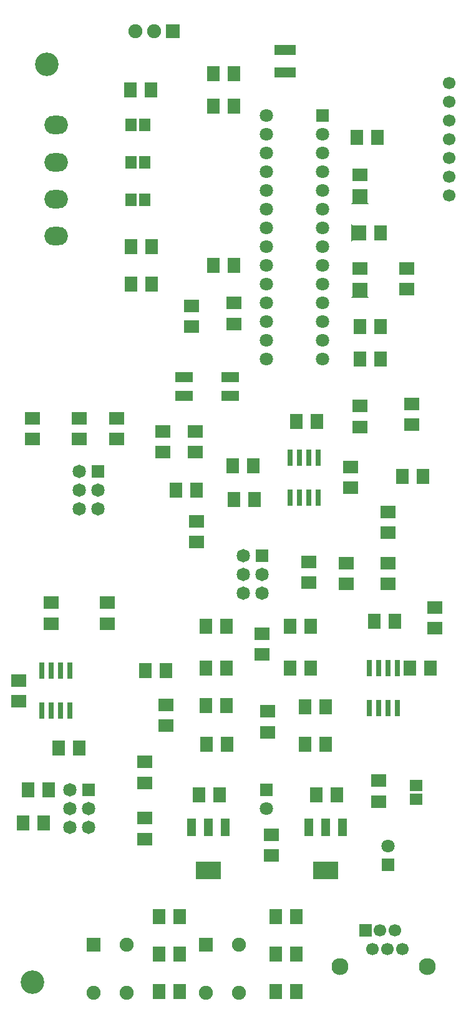
<source format=gbr>
G04 DipTrace 3.0.0.1*
G04 BottomMask.gbr*
%MOMM*%
G04 #@! TF.FileFunction,Soldermask,Bot*
G04 #@! TF.Part,Single*
%AMOUTLINE1*
4,1,8,
1.05,-1.0,
1.05,1.0,
-0.75,1.0,
-0.75,0.94142,
-1.05,1.24142,
-1.05,-1.24142,
-0.75,-0.94142,
-0.75,-1.0,
1.05,-1.0,
0*%
%AMOUTLINE4*
4,1,8,
1.0,1.05,
-1.0,1.05,
-1.0,-0.75,
-0.94142,-0.75,
-1.24142,-1.05,
1.24142,-1.05,
0.94142,-0.75,
1.0,-0.75,
1.0,1.05,
0*%
%ADD32R,1.7X1.7*%
%ADD33C,1.7*%
%ADD43C,3.2*%
%ADD44C,2.3*%
%ADD50R,2.4X1.4*%
%ADD52R,3.45X2.35*%
%ADD54R,1.15X2.35*%
%ADD56R,0.8X2.2*%
%ADD58R,2.9X1.35*%
%ADD62C,1.9*%
%ADD63R,1.9X1.9*%
%ADD64O,3.2X2.5*%
%ADD66R,1.82X1.82*%
%ADD68C,1.82*%
%ADD70R,1.7X1.5*%
%ADD72R,1.5X1.7*%
%ADD74C,1.8*%
%ADD76R,1.8X1.8*%
%ADD78R,2.0X1.8*%
%ADD80R,1.8X2.0*%
%ADD87OUTLINE1*%
%ADD90OUTLINE4*%
%FSLAX35Y35*%
G04*
G71*
G90*
G75*
G01*
G04 BotMask*
%LPD*%
D80*
X2603500Y7112000D3*
X2323500D3*
D78*
X3569000Y4114500D3*
Y3834500D3*
X3492500Y4889500D3*
Y5169500D3*
X4699000Y7429500D3*
Y7149500D3*
D80*
X5778500Y4699000D3*
X5498500D3*
X3111500Y10160000D3*
X2831500D3*
D78*
X190500Y4254500D3*
Y4534500D3*
D80*
X4826000Y9334500D3*
X5106000D3*
X4826000Y8890000D3*
X5106000D3*
X3111500Y12763500D3*
X2831500D3*
X3111500Y12319000D3*
X2831500D3*
X2095500Y317500D3*
X2375500D3*
X3683000D3*
X3963000D3*
D76*
X5207000Y2032000D3*
D74*
Y2286000D3*
D80*
X4508500Y2984500D3*
X4228500D3*
X2921000D3*
X2641000D3*
D78*
X3619500Y2159000D3*
Y2439000D3*
D76*
X3556000Y3048000D3*
D74*
Y2794000D3*
D72*
X1905000Y11557000D3*
X1715000D3*
X1905000Y12065000D3*
X1715000D3*
D80*
X5106000Y10604500D3*
D87*
X4810000D3*
D78*
X4826000Y10122500D3*
D90*
Y9826500D3*
D72*
X1905000Y11049000D3*
X1715000D3*
D78*
X4826000Y11392500D3*
D90*
Y11096500D3*
D70*
X5588000Y3111500D3*
Y2921500D3*
D43*
X571500Y12890500D3*
X381000Y444500D3*
D68*
X1016000Y7366000D3*
Y7112000D3*
Y6858000D3*
X1270000D3*
Y7112000D3*
D66*
Y7366000D3*
D68*
X3238500Y6223000D3*
Y5969000D3*
Y5715000D3*
X3492500D3*
Y5969000D3*
D66*
Y6223000D3*
D64*
X698500Y12065000D3*
Y11065000D3*
Y11565000D3*
Y10565000D3*
D63*
X2286000Y13335000D3*
D62*
X2032000D3*
X1778000D3*
D33*
X5397500Y889000D3*
X5297500Y1143000D3*
X5197500Y889000D3*
X5097500Y1143000D3*
X4997500Y889000D3*
D32*
X4897500Y1143000D3*
D44*
X5742500Y659000D3*
X4552500D3*
D68*
X889000Y3048000D3*
Y2794000D3*
Y2540000D3*
X1143000D3*
Y2794000D3*
D66*
Y3048000D3*
D58*
X3810000Y13081000D3*
Y12781000D3*
D78*
X4826000Y8255000D3*
Y7975000D3*
D80*
X3098500Y7442500D3*
X3378500D3*
D78*
X2146000Y7633000D3*
Y7913000D3*
X2590500Y7633000D3*
Y7913000D3*
D80*
X3960000Y8050000D3*
X4240000D3*
D78*
X4130000Y6140000D3*
Y5860000D3*
D80*
X3111500Y6985000D3*
X3391500D3*
X5397500Y7302500D3*
X5677500D3*
D78*
X5842000Y5524500D3*
Y5244500D3*
X2603500Y6413500D3*
Y6693500D3*
X5524500Y8001000D3*
Y8281000D3*
D80*
X4780000Y11900000D3*
X5060000D3*
D78*
X4635500Y5842000D3*
Y6122000D3*
D80*
X2743500Y3670000D3*
X3023500D3*
X4077000D3*
X4357000D3*
X2730500Y4191000D3*
X3010500D3*
X4077000Y4178000D3*
X4357000D3*
D78*
X5207000Y5842000D3*
Y6122000D3*
D80*
X5016500Y5334000D3*
X5296500D3*
D78*
X5207000Y6540500D3*
Y6820500D3*
D80*
X2730500Y5270500D3*
X3010500D3*
X3873500D3*
X4153500D3*
X2730500Y4699000D3*
X3010500D3*
X3873500D3*
X4153500D3*
X1714500Y10414000D3*
X1994500D3*
X1016000Y3619500D3*
X736000D3*
X317500Y3048000D3*
X597500D3*
D78*
X1905000Y3429000D3*
Y3149000D3*
D80*
X1710000Y12540000D3*
X1990000D3*
D78*
X1397000Y5588000D3*
Y5308000D3*
X2190000Y4200000D3*
Y3920000D3*
X5461000Y9842500D3*
Y10122500D3*
D80*
X1994500Y9906000D3*
X1714500D3*
D78*
X635000Y5588000D3*
Y5308000D3*
D80*
X254000Y2603500D3*
X534000D3*
D78*
X1905000Y2667000D3*
Y2387000D3*
D80*
X2095500Y825500D3*
X2375500D3*
D78*
X3111500Y9652000D3*
Y9372000D3*
D80*
X2190000Y4670000D3*
X1910000D3*
X2095500Y1333500D3*
X2375500D3*
D78*
X2540000Y9334500D3*
Y9614500D3*
X381000Y7810500D3*
Y8090500D3*
X1524000Y7810500D3*
Y8090500D3*
X1016000Y7810500D3*
Y8090500D3*
D80*
X3683000Y825500D3*
X3963000D3*
X3683000Y1333500D3*
X3963000D3*
D78*
X5080000Y3175000D3*
Y2895000D3*
D63*
X1206500Y952500D3*
D62*
X1656500D3*
Y302500D3*
X1206500D3*
D63*
X2730500Y952500D3*
D62*
X3180500D3*
Y302500D3*
X2730500D3*
D56*
X3873500Y7556500D3*
X4000500D3*
X4127500D3*
X4254500D3*
Y7016500D3*
X4127500D3*
X4000500D3*
X3873500D3*
X5334000Y4159000D3*
X5207000D3*
X5080000D3*
X4953000D3*
Y4699000D3*
X5080000D3*
X5207000D3*
X5334000D3*
X889000Y4127500D3*
X762000D3*
X635000D3*
X508000D3*
Y4667500D3*
X635000D3*
X762000D3*
X889000D3*
D33*
X6032500Y11112500D3*
Y11366500D3*
Y11620500D3*
Y11874500D3*
Y12128500D3*
Y12382500D3*
Y12636500D3*
D76*
X4318000Y12192000D3*
D74*
Y11938000D3*
Y11684000D3*
Y11430000D3*
Y11176000D3*
Y10922000D3*
Y10668000D3*
Y10414000D3*
Y10160000D3*
Y9906000D3*
Y9652000D3*
Y9398000D3*
Y9144000D3*
Y8890000D3*
X3556000D3*
Y9144000D3*
Y9398000D3*
Y9652000D3*
Y9906000D3*
Y10160000D3*
Y10414000D3*
Y10668000D3*
Y10922000D3*
Y11176000D3*
Y11430000D3*
Y11684000D3*
Y11938000D3*
Y12192000D3*
D54*
X2540000Y2540000D3*
X2770000D3*
X3000000D3*
D52*
X2770000Y1960000D3*
D54*
X4127500Y2540000D3*
X4357500D3*
X4587500D3*
D52*
X4357500Y1960000D3*
D50*
X3065000Y8647000D3*
Y8393000D3*
X2435000D3*
Y8647000D3*
M02*

</source>
